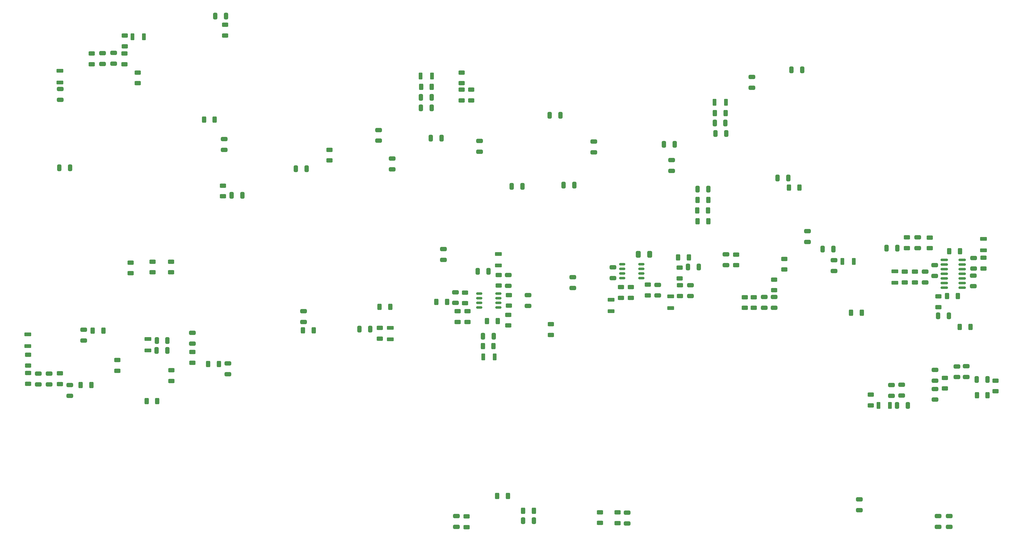
<source format=gbr>
%TF.GenerationSoftware,KiCad,Pcbnew,(6.0.7)*%
%TF.CreationDate,2023-03-09T17:17:03-05:00*%
%TF.ProjectId,Phoenix612 Complete v1.1,50686f65-6e69-4783-9631-3220436f6d70,rev?*%
%TF.SameCoordinates,Original*%
%TF.FileFunction,Paste,Top*%
%TF.FilePolarity,Positive*%
%FSLAX46Y46*%
G04 Gerber Fmt 4.6, Leading zero omitted, Abs format (unit mm)*
G04 Created by KiCad (PCBNEW (6.0.7)) date 2023-03-09 17:17:03*
%MOMM*%
%LPD*%
G01*
G04 APERTURE LIST*
G04 Aperture macros list*
%AMRoundRect*
0 Rectangle with rounded corners*
0 $1 Rounding radius*
0 $2 $3 $4 $5 $6 $7 $8 $9 X,Y pos of 4 corners*
0 Add a 4 corners polygon primitive as box body*
4,1,4,$2,$3,$4,$5,$6,$7,$8,$9,$2,$3,0*
0 Add four circle primitives for the rounded corners*
1,1,$1+$1,$2,$3*
1,1,$1+$1,$4,$5*
1,1,$1+$1,$6,$7*
1,1,$1+$1,$8,$9*
0 Add four rect primitives between the rounded corners*
20,1,$1+$1,$2,$3,$4,$5,0*
20,1,$1+$1,$4,$5,$6,$7,0*
20,1,$1+$1,$6,$7,$8,$9,0*
20,1,$1+$1,$8,$9,$2,$3,0*%
G04 Aperture macros list end*
%ADD10RoundRect,0.250000X0.650000X-0.325000X0.650000X0.325000X-0.650000X0.325000X-0.650000X-0.325000X0*%
%ADD11RoundRect,0.250000X-0.325000X-0.650000X0.325000X-0.650000X0.325000X0.650000X-0.325000X0.650000X0*%
%ADD12RoundRect,0.250000X0.325000X0.650000X-0.325000X0.650000X-0.325000X-0.650000X0.325000X-0.650000X0*%
%ADD13RoundRect,0.250000X0.625000X-0.312500X0.625000X0.312500X-0.625000X0.312500X-0.625000X-0.312500X0*%
%ADD14RoundRect,0.250000X0.700000X-0.275000X0.700000X0.275000X-0.700000X0.275000X-0.700000X-0.275000X0*%
%ADD15RoundRect,0.250000X-0.625000X0.312500X-0.625000X-0.312500X0.625000X-0.312500X0.625000X0.312500X0*%
%ADD16RoundRect,0.150000X0.675000X0.150000X-0.675000X0.150000X-0.675000X-0.150000X0.675000X-0.150000X0*%
%ADD17RoundRect,0.150000X-0.825000X-0.150000X0.825000X-0.150000X0.825000X0.150000X-0.825000X0.150000X0*%
%ADD18RoundRect,0.150000X-0.675000X-0.150000X0.675000X-0.150000X0.675000X0.150000X-0.675000X0.150000X0*%
%ADD19RoundRect,0.250000X0.312500X0.625000X-0.312500X0.625000X-0.312500X-0.625000X0.312500X-0.625000X0*%
%ADD20RoundRect,0.250000X-0.650000X0.325000X-0.650000X-0.325000X0.650000X-0.325000X0.650000X0.325000X0*%
%ADD21RoundRect,0.250000X-0.275000X-0.700000X0.275000X-0.700000X0.275000X0.700000X-0.275000X0.700000X0*%
%ADD22RoundRect,0.250000X-0.700000X0.275000X-0.700000X-0.275000X0.700000X-0.275000X0.700000X0.275000X0*%
%ADD23RoundRect,0.250000X-0.312500X-0.625000X0.312500X-0.625000X0.312500X0.625000X-0.312500X0.625000X0*%
%ADD24RoundRect,0.250000X0.275000X0.700000X-0.275000X0.700000X-0.275000X-0.700000X0.275000X-0.700000X0*%
%ADD25RoundRect,0.250000X-0.412500X-0.650000X0.412500X-0.650000X0.412500X0.650000X-0.412500X0.650000X0*%
G04 APERTURE END LIST*
D10*
%TO.C,C100*%
X221615000Y-59782500D03*
X221615000Y-56832500D03*
%TD*%
D11*
%TO.C,C28*%
X166228500Y-67310000D03*
X169178500Y-67310000D03*
%TD*%
D12*
%TO.C,C27*%
X158701000Y-86804500D03*
X155751000Y-86804500D03*
%TD*%
%TO.C,C26*%
X172988500Y-86423500D03*
X170038500Y-86423500D03*
%TD*%
D13*
%TO.C,R29*%
X193125000Y-116651500D03*
X193125000Y-113726500D03*
%TD*%
D10*
%TO.C,C47*%
X183515000Y-111965000D03*
X183515000Y-109015000D03*
%TD*%
D14*
%TO.C,L7*%
X183028500Y-121018500D03*
X183028500Y-117868500D03*
%TD*%
D10*
%TO.C,C81*%
X259905500Y-144169500D03*
X259905500Y-141219500D03*
%TD*%
D15*
%TO.C,R70*%
X154876500Y-121991151D03*
X154876500Y-124916151D03*
%TD*%
D16*
%TO.C,U6*%
X191368500Y-111950500D03*
X191368500Y-110680500D03*
X191368500Y-109410500D03*
X191368500Y-108140500D03*
X186118500Y-108140500D03*
X186118500Y-109410500D03*
X186118500Y-110680500D03*
X186118500Y-111950500D03*
%TD*%
D10*
%TO.C,C92*%
X140335000Y-118759500D03*
X140335000Y-115809500D03*
%TD*%
D12*
%TO.C,C15*%
X136539500Y-73596500D03*
X133589500Y-73596500D03*
%TD*%
D15*
%TO.C,R8*%
X62474000Y-137209000D03*
X62474000Y-140134000D03*
%TD*%
%TO.C,R43*%
X227711000Y-112329500D03*
X227711000Y-115254500D03*
%TD*%
D10*
%TO.C,C67*%
X282457651Y-109361500D03*
X282457651Y-106411500D03*
%TD*%
D17*
%TO.C,U10*%
X274394651Y-106934000D03*
X274394651Y-108204000D03*
X274394651Y-109474000D03*
X274394651Y-110744000D03*
X274394651Y-112014000D03*
X274394651Y-113284000D03*
X274394651Y-114554000D03*
X279344651Y-114554000D03*
X279344651Y-113284000D03*
X279344651Y-112014000D03*
X279344651Y-110744000D03*
X279344651Y-109474000D03*
X279344651Y-108204000D03*
X279344651Y-106934000D03*
%TD*%
D15*
%TO.C,R30*%
X188489500Y-114425000D03*
X188489500Y-117350000D03*
%TD*%
D18*
%TO.C,U12*%
X146854000Y-116205000D03*
X146854000Y-117475000D03*
X146854000Y-118745000D03*
X146854000Y-120015000D03*
X152104000Y-120015000D03*
X152104000Y-118745000D03*
X152104000Y-117475000D03*
X152104000Y-116205000D03*
%TD*%
D15*
%TO.C,R73*%
X143700500Y-121038651D03*
X143700500Y-123963651D03*
%TD*%
D19*
%TO.C,R14*%
X74337651Y-68500500D03*
X71412651Y-68500500D03*
%TD*%
D10*
%TO.C,C79*%
X277876000Y-139079500D03*
X277876000Y-136129500D03*
%TD*%
D11*
%TO.C,C89*%
X146480000Y-110055151D03*
X149430000Y-110055151D03*
%TD*%
D12*
%TO.C,C36*%
X116986500Y-125930500D03*
X114036500Y-125930500D03*
%TD*%
D10*
%TO.C,C7*%
X68199000Y-129872000D03*
X68199000Y-126922000D03*
%TD*%
D13*
%TO.C,R24*%
X105854500Y-79694500D03*
X105854500Y-76769500D03*
%TD*%
D20*
%TO.C,C24*%
X119253000Y-71359500D03*
X119253000Y-74309500D03*
%TD*%
D13*
%TO.C,R67*%
X143002000Y-118810500D03*
X143002000Y-115885500D03*
%TD*%
D15*
%TO.C,R42*%
X222123000Y-117155500D03*
X222123000Y-120080500D03*
%TD*%
D19*
%TO.C,R61*%
X154751500Y-171640500D03*
X151826500Y-171640500D03*
%TD*%
D11*
%TO.C,C18*%
X130922500Y-62420500D03*
X133872500Y-62420500D03*
%TD*%
D10*
%TO.C,C62*%
X214566500Y-108409000D03*
X214566500Y-105459000D03*
%TD*%
D19*
%TO.C,R9*%
X43807000Y-126352500D03*
X40882000Y-126352500D03*
%TD*%
D21*
%TO.C,L14*%
X256362000Y-146812000D03*
X259512000Y-146812000D03*
%TD*%
D10*
%TO.C,C65*%
X267154151Y-103710000D03*
X267154151Y-100760000D03*
%TD*%
D13*
%TO.C,R3*%
X31867000Y-140959500D03*
X31867000Y-138034500D03*
%TD*%
D22*
%TO.C,L5*%
X122496500Y-125562000D03*
X122496500Y-128712000D03*
%TD*%
D20*
%TO.C,C68*%
X282394151Y-111237500D03*
X282394151Y-114187500D03*
%TD*%
D11*
%TO.C,C16*%
X130922500Y-65278000D03*
X133872500Y-65278000D03*
%TD*%
D23*
%TO.C,R51*%
X275153151Y-116840000D03*
X278078151Y-116840000D03*
%TD*%
D24*
%TO.C,L8*%
X54978500Y-45823500D03*
X51828500Y-45823500D03*
%TD*%
D20*
%TO.C,C82*%
X271843500Y-142299000D03*
X271843500Y-145249000D03*
%TD*%
D13*
%TO.C,R55*%
X266328651Y-113095500D03*
X266328651Y-110170500D03*
%TD*%
D11*
%TO.C,C30*%
X197544000Y-75257500D03*
X200494000Y-75257500D03*
%TD*%
D23*
%TO.C,R21*%
X206690500Y-93408500D03*
X209615500Y-93408500D03*
%TD*%
D22*
%TO.C,L12*%
X260867651Y-110058000D03*
X260867651Y-113208000D03*
%TD*%
D11*
%TO.C,C55*%
X241031500Y-103949500D03*
X243981500Y-103949500D03*
%TD*%
D20*
%TO.C,C61*%
X236918500Y-99109000D03*
X236918500Y-102059000D03*
%TD*%
D19*
%TO.C,R20*%
X214451500Y-66748500D03*
X211526500Y-66748500D03*
%TD*%
D15*
%TO.C,R2*%
X23167500Y-137971000D03*
X23167500Y-140896000D03*
%TD*%
D19*
%TO.C,R23*%
X209679000Y-96393000D03*
X206754000Y-96393000D03*
%TD*%
D12*
%TO.C,C78*%
X286272500Y-139700000D03*
X283322500Y-139700000D03*
%TD*%
D13*
%TO.C,R45*%
X230558500Y-109593000D03*
X230558500Y-106668000D03*
%TD*%
D20*
%TO.C,C58*%
X227711000Y-117143000D03*
X227711000Y-120093000D03*
%TD*%
D13*
%TO.C,R41*%
X219710000Y-120080500D03*
X219710000Y-117155500D03*
%TD*%
D23*
%TO.C,R65*%
X149032500Y-123707651D03*
X151957500Y-123707651D03*
%TD*%
D15*
%TO.C,R48*%
X270392651Y-100836000D03*
X270392651Y-103761000D03*
%TD*%
%TO.C,R12*%
X62357000Y-107435000D03*
X62357000Y-110360000D03*
%TD*%
D14*
%TO.C,L11*%
X285124651Y-104318000D03*
X285124651Y-101168000D03*
%TD*%
D20*
%TO.C,C33*%
X199644000Y-79614500D03*
X199644000Y-82564500D03*
%TD*%
D13*
%TO.C,R59*%
X254254000Y-146814000D03*
X254254000Y-143889000D03*
%TD*%
D10*
%TO.C,C84*%
X262699500Y-144106000D03*
X262699500Y-141156000D03*
%TD*%
%TO.C,C91*%
X172529500Y-114641651D03*
X172529500Y-111691651D03*
%TD*%
D13*
%TO.C,R64*%
X184848500Y-179072000D03*
X184848500Y-176147000D03*
%TD*%
D15*
%TO.C,R54*%
X263598151Y-110170500D03*
X263598151Y-113095500D03*
%TD*%
D12*
%TO.C,C38*%
X207109500Y-108902500D03*
X204159500Y-108902500D03*
%TD*%
D20*
%TO.C,C57*%
X244157500Y-107046500D03*
X244157500Y-109996500D03*
%TD*%
D15*
%TO.C,R1*%
X23167500Y-132954500D03*
X23167500Y-135879500D03*
%TD*%
%TO.C,R13*%
X51308000Y-107689000D03*
X51308000Y-110614000D03*
%TD*%
D11*
%TO.C,C73*%
X261415000Y-146812000D03*
X264365000Y-146812000D03*
%TD*%
D13*
%TO.C,R18*%
X144653000Y-63248000D03*
X144653000Y-60323000D03*
%TD*%
D15*
%TO.C,R35*%
X49657000Y-45504000D03*
X49657000Y-48429000D03*
%TD*%
D10*
%TO.C,C83*%
X271843500Y-140042000D03*
X271843500Y-137092000D03*
%TD*%
D12*
%TO.C,C31*%
X99519000Y-81978500D03*
X96569000Y-81978500D03*
%TD*%
D15*
%TO.C,R72*%
X152209500Y-111069151D03*
X152209500Y-113994151D03*
%TD*%
D11*
%TO.C,C64*%
X258557500Y-103695500D03*
X261507500Y-103695500D03*
%TD*%
%TO.C,C22*%
X211450500Y-69479000D03*
X214400500Y-69479000D03*
%TD*%
D15*
%TO.C,R36*%
X40640000Y-50393500D03*
X40640000Y-53318500D03*
%TD*%
D20*
%TO.C,C4*%
X28946000Y-138085500D03*
X28946000Y-141035500D03*
%TD*%
D10*
%TO.C,C80*%
X280416000Y-139016000D03*
X280416000Y-136066000D03*
%TD*%
D11*
%TO.C,C1*%
X58459000Y-129083000D03*
X61409000Y-129083000D03*
%TD*%
D23*
%TO.C,R44*%
X248854500Y-121412000D03*
X251779500Y-121412000D03*
%TD*%
D14*
%TO.C,L6*%
X199348000Y-120129500D03*
X199348000Y-116979500D03*
%TD*%
D22*
%TO.C,L2*%
X23114000Y-127393500D03*
X23114000Y-130543500D03*
%TD*%
D15*
%TO.C,R37*%
X49593500Y-50393500D03*
X49593500Y-53318500D03*
%TD*%
D13*
%TO.C,R68*%
X155003500Y-119518651D03*
X155003500Y-116593651D03*
%TD*%
%TO.C,R49*%
X272805651Y-119890000D03*
X272805651Y-116965000D03*
%TD*%
D12*
%TO.C,C63*%
X275677651Y-122237500D03*
X272727651Y-122237500D03*
%TD*%
%TO.C,C12*%
X34685500Y-81724500D03*
X31735500Y-81724500D03*
%TD*%
D23*
%TO.C,R25*%
X231773000Y-87122000D03*
X234698000Y-87122000D03*
%TD*%
D14*
%TO.C,L9*%
X31940500Y-58320500D03*
X31940500Y-55170500D03*
%TD*%
D10*
%TO.C,C6*%
X34597500Y-144210500D03*
X34597500Y-141260500D03*
%TD*%
%TO.C,C74*%
X272732500Y-180100500D03*
X272732500Y-177150500D03*
%TD*%
D11*
%TO.C,C60*%
X232459000Y-54864000D03*
X235409000Y-54864000D03*
%TD*%
D19*
%TO.C,R71*%
X150814500Y-130565651D03*
X147889500Y-130565651D03*
%TD*%
D15*
%TO.C,R33*%
X201824500Y-109091000D03*
X201824500Y-112016000D03*
%TD*%
D13*
%TO.C,R7*%
X47678500Y-137340000D03*
X47678500Y-134415000D03*
%TD*%
D19*
%TO.C,R16*%
X133860000Y-59563000D03*
X130935000Y-59563000D03*
%TD*%
D10*
%TO.C,C41*%
X98679000Y-123966500D03*
X98679000Y-121016500D03*
%TD*%
D20*
%TO.C,C59*%
X225044000Y-117143000D03*
X225044000Y-120093000D03*
%TD*%
D11*
%TO.C,C3*%
X58395500Y-131750000D03*
X61345500Y-131750000D03*
%TD*%
D21*
%TO.C,L3*%
X130822500Y-56578500D03*
X133972500Y-56578500D03*
%TD*%
D25*
%TO.C,C39*%
X190525000Y-105410000D03*
X193650000Y-105410000D03*
%TD*%
D20*
%TO.C,C23*%
X178308000Y-74517500D03*
X178308000Y-77467500D03*
%TD*%
D19*
%TO.C,R62*%
X161849000Y-175704500D03*
X158924000Y-175704500D03*
%TD*%
D13*
%TO.C,R17*%
X142049500Y-63248000D03*
X142049500Y-60323000D03*
%TD*%
D20*
%TO.C,C5*%
X25961500Y-138085500D03*
X25961500Y-141035500D03*
%TD*%
D23*
%TO.C,R10*%
X72568500Y-135509000D03*
X75493500Y-135509000D03*
%TD*%
D13*
%TO.C,R39*%
X77216000Y-45444500D03*
X77216000Y-42519500D03*
%TD*%
D23*
%TO.C,R5*%
X55677500Y-145669000D03*
X58602500Y-145669000D03*
%TD*%
D20*
%TO.C,C29*%
X122999500Y-79170000D03*
X122999500Y-82120000D03*
%TD*%
D15*
%TO.C,R53*%
X285124651Y-106360500D03*
X285124651Y-109285500D03*
%TD*%
D20*
%TO.C,C54*%
X32004000Y-60160000D03*
X32004000Y-63110000D03*
%TD*%
D15*
%TO.C,R11*%
X57277000Y-107435000D03*
X57277000Y-110360000D03*
%TD*%
D20*
%TO.C,C45*%
X204809000Y-113904500D03*
X204809000Y-116854500D03*
%TD*%
D11*
%TO.C,C52*%
X74471000Y-40181651D03*
X77421000Y-40181651D03*
%TD*%
D23*
%TO.C,R4*%
X37592000Y-141224000D03*
X40517000Y-141224000D03*
%TD*%
%TO.C,R52*%
X275788151Y-104584500D03*
X278713151Y-104584500D03*
%TD*%
D21*
%TO.C,L15*%
X147967500Y-133550151D03*
X151117500Y-133550151D03*
%TD*%
D23*
%TO.C,R47*%
X278645651Y-125285500D03*
X281570651Y-125285500D03*
%TD*%
D13*
%TO.C,R58*%
X274574000Y-142188500D03*
X274574000Y-139263500D03*
%TD*%
D20*
%TO.C,C9*%
X77968000Y-135304000D03*
X77968000Y-138254000D03*
%TD*%
%TO.C,C77*%
X251079000Y-172564000D03*
X251079000Y-175514000D03*
%TD*%
D10*
%TO.C,C93*%
X160274000Y-119531151D03*
X160274000Y-116581151D03*
%TD*%
%TO.C,C71*%
X269186151Y-113108000D03*
X269186151Y-110158000D03*
%TD*%
D15*
%TO.C,R46*%
X217297000Y-105471500D03*
X217297000Y-108396500D03*
%TD*%
D13*
%TO.C,R63*%
X179959000Y-179010500D03*
X179959000Y-176085500D03*
%TD*%
D10*
%TO.C,C76*%
X275780500Y-180100500D03*
X275780500Y-177150500D03*
%TD*%
D20*
%TO.C,C87*%
X187452000Y-176198000D03*
X187452000Y-179148000D03*
%TD*%
D12*
%TO.C,C34*%
X231662500Y-84518500D03*
X228712500Y-84518500D03*
%TD*%
D15*
%TO.C,R15*%
X76612000Y-86596000D03*
X76612000Y-89521000D03*
%TD*%
%TO.C,R50*%
X264169651Y-100772500D03*
X264169651Y-103697500D03*
%TD*%
D21*
%TO.C,L4*%
X211414000Y-63764000D03*
X214564000Y-63764000D03*
%TD*%
D11*
%TO.C,C32*%
X206741500Y-87566500D03*
X209691500Y-87566500D03*
%TD*%
%TO.C,C97*%
X147940500Y-127898651D03*
X150890500Y-127898651D03*
%TD*%
D19*
%TO.C,R28*%
X101480000Y-126248000D03*
X98555000Y-126248000D03*
%TD*%
D10*
%TO.C,C42*%
X195792000Y-116727500D03*
X195792000Y-113777500D03*
%TD*%
D13*
%TO.C,R26*%
X119639000Y-128538000D03*
X119639000Y-125613000D03*
%TD*%
%TO.C,R66*%
X166560500Y-127519651D03*
X166560500Y-124594651D03*
%TD*%
D22*
%TO.C,L16*%
X152146000Y-105305151D03*
X152146000Y-108455151D03*
%TD*%
D19*
%TO.C,R69*%
X138051000Y-118491000D03*
X135126000Y-118491000D03*
%TD*%
D12*
%TO.C,C14*%
X81929500Y-89217500D03*
X78979500Y-89217500D03*
%TD*%
D13*
%TO.C,R56*%
X288480500Y-142940500D03*
X288480500Y-140015500D03*
%TD*%
%TO.C,R60*%
X143446500Y-180151500D03*
X143446500Y-177226500D03*
%TD*%
D11*
%TO.C,C20*%
X211641000Y-72336500D03*
X214591000Y-72336500D03*
%TD*%
D13*
%TO.C,R32*%
X185759000Y-117350000D03*
X185759000Y-114425000D03*
%TD*%
D10*
%TO.C,C99*%
X154813000Y-114070151D03*
X154813000Y-111120151D03*
%TD*%
D20*
%TO.C,C13*%
X76993000Y-73820000D03*
X76993000Y-76770000D03*
%TD*%
%TO.C,C70*%
X271789651Y-108380000D03*
X271789651Y-111330000D03*
%TD*%
%TO.C,C8*%
X38407500Y-126084000D03*
X38407500Y-129034000D03*
%TD*%
%TO.C,C49*%
X46609000Y-50254000D03*
X46609000Y-53204000D03*
%TD*%
D24*
%TO.C,L10*%
X249606000Y-107378500D03*
X246456000Y-107378500D03*
%TD*%
D13*
%TO.C,R19*%
X142049500Y-58547000D03*
X142049500Y-55622000D03*
%TD*%
D22*
%TO.C,L1*%
X56060500Y-128587500D03*
X56060500Y-131737500D03*
%TD*%
D11*
%TO.C,C85*%
X158926000Y-178371500D03*
X161876000Y-178371500D03*
%TD*%
D13*
%TO.C,R6*%
X68189000Y-135130000D03*
X68189000Y-132205000D03*
%TD*%
D20*
%TO.C,C88*%
X137096500Y-104008151D03*
X137096500Y-106958151D03*
%TD*%
D23*
%TO.C,R34*%
X201441500Y-106235500D03*
X204366500Y-106235500D03*
%TD*%
D13*
%TO.C,R38*%
X53276500Y-58525500D03*
X53276500Y-55600500D03*
%TD*%
D10*
%TO.C,C25*%
X147002500Y-77291500D03*
X147002500Y-74341500D03*
%TD*%
D23*
%TO.C,R22*%
X206754000Y-90551000D03*
X209679000Y-90551000D03*
%TD*%
D13*
%TO.C,R31*%
X201951500Y-116842000D03*
X201951500Y-113917000D03*
%TD*%
D20*
%TO.C,C48*%
X43561000Y-50317500D03*
X43561000Y-53267500D03*
%TD*%
D19*
%TO.C,R27*%
X122493500Y-119824500D03*
X119568500Y-119824500D03*
%TD*%
D23*
%TO.C,R57*%
X283335000Y-144018000D03*
X286260000Y-144018000D03*
%TD*%
D15*
%TO.C,R74*%
X140970000Y-121038651D03*
X140970000Y-123963651D03*
%TD*%
D10*
%TO.C,C86*%
X140652500Y-180100500D03*
X140652500Y-177150500D03*
%TD*%
M02*

</source>
